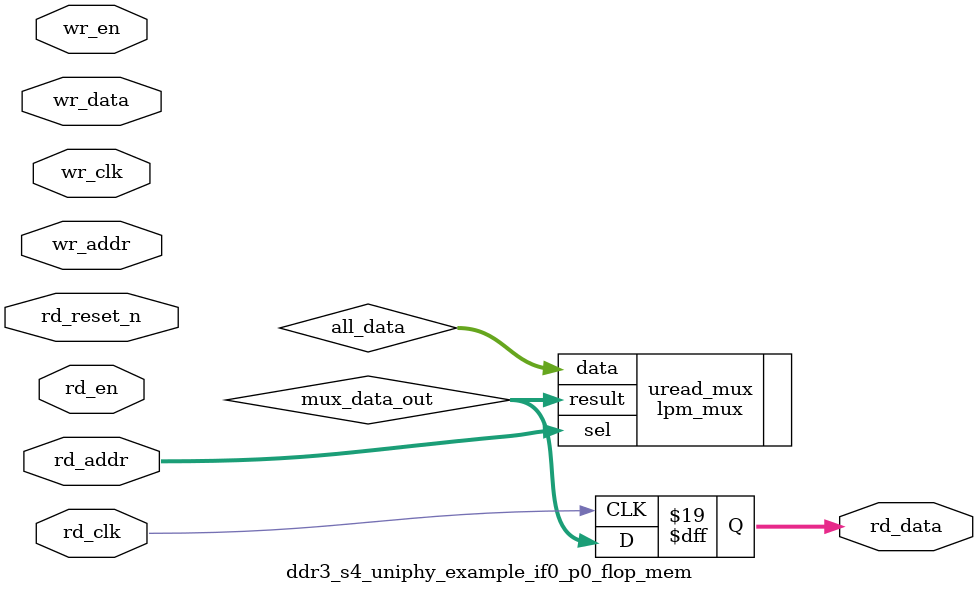
<source format=v>
module ddr3_s4_uniphy_example_if0_p0_flop_mem(
	wr_clk,
	wr_en,
	wr_addr,
	wr_data,
	rd_reset_n,
	rd_clk,
	rd_en,
	rd_addr,
	rd_data
);
parameter WRITE_MEM_DEPTH	= "";
parameter WRITE_ADDR_WIDTH	= "";
parameter WRITE_DATA_WIDTH	= "";
parameter READ_MEM_DEPTH	= "";
parameter READ_ADDR_WIDTH	= "";
parameter READ_DATA_WIDTH	= "";
input	wr_clk;
input	wr_en;
input	[WRITE_ADDR_WIDTH-1:0] wr_addr;
input	[WRITE_DATA_WIDTH-1:0] wr_data;
input	rd_reset_n;
input	rd_clk;
input	rd_en;
input	[READ_ADDR_WIDTH-1:0] rd_addr;
output	[READ_DATA_WIDTH-1:0] rd_data;
wire	[WRITE_MEM_DEPTH-1:0] wr_decode;
wire	[WRITE_DATA_WIDTH*WRITE_MEM_DEPTH-1:0] all_data;
wire	[READ_DATA_WIDTH-1:0] mux_data_out;
// declare a memory with WRITE_MEM_DEPTH entries
// each entry contains a data size of WRITE_DATA_WIDTH
reg	[WRITE_DATA_WIDTH-1:0] data_stored [0:WRITE_MEM_DEPTH-1] /* synthesis syn_preserve = 1 */;
reg	[READ_DATA_WIDTH-1:0] rd_data;
always @(posedge wr_clk)
begin
	if(wr_en)
		data_stored[wr_addr] <= wr_data;
end
generate
genvar entry;
	for (entry=0; entry < WRITE_MEM_DEPTH; entry=entry+1)
	begin: mem_location
		assign all_data[(WRITE_DATA_WIDTH*(entry+1)-1) : (WRITE_DATA_WIDTH*entry)] = data_stored[entry];
	end
endgenerate
	// mux to select the correct output data based on read address
	lpm_mux	uread_mux(
		.sel (rd_addr),
		.data (all_data),
		.result (mux_data_out)
		// synopsys translate_off
		,
		.aclr (),
		.clken (),
		.clock ()
		// synopsys translate_on
		);
     defparam uread_mux.lpm_size = READ_MEM_DEPTH;
     defparam uread_mux.lpm_type = "LPM_MUX";
     defparam uread_mux.lpm_width = READ_DATA_WIDTH;
     defparam uread_mux.lpm_widths = READ_ADDR_WIDTH;
	always @(posedge rd_clk)
	begin
		rd_data <= mux_data_out;
	end
endmodule
</source>
